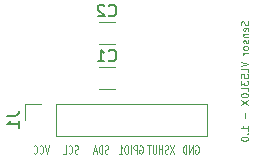
<source format=gbr>
%TF.GenerationSoftware,KiCad,Pcbnew,6.0.2+dfsg-1*%
%TF.CreationDate,2025-02-13T13:42:11+01:00*%
%TF.ProjectId,Borrador_Dise_o_VL53L0XBoard,426f7272-6164-46f7-925f-44697365f16f,rev?*%
%TF.SameCoordinates,Original*%
%TF.FileFunction,Legend,Bot*%
%TF.FilePolarity,Positive*%
%FSLAX46Y46*%
G04 Gerber Fmt 4.6, Leading zero omitted, Abs format (unit mm)*
G04 Created by KiCad (PCBNEW 6.0.2+dfsg-1) date 2025-02-13 13:42:11*
%MOMM*%
%LPD*%
G01*
G04 APERTURE LIST*
%ADD10C,0.100000*%
%ADD11C,0.150000*%
%ADD12C,0.120000*%
G04 APERTURE END LIST*
D10*
X159754857Y-95272857D02*
X159783428Y-95358571D01*
X159783428Y-95501428D01*
X159754857Y-95558571D01*
X159726285Y-95587142D01*
X159669142Y-95615714D01*
X159612000Y-95615714D01*
X159554857Y-95587142D01*
X159526285Y-95558571D01*
X159497714Y-95501428D01*
X159469142Y-95387142D01*
X159440571Y-95330000D01*
X159412000Y-95301428D01*
X159354857Y-95272857D01*
X159297714Y-95272857D01*
X159240571Y-95301428D01*
X159212000Y-95330000D01*
X159183428Y-95387142D01*
X159183428Y-95530000D01*
X159212000Y-95615714D01*
X159754857Y-96101428D02*
X159783428Y-96044285D01*
X159783428Y-95930000D01*
X159754857Y-95872857D01*
X159697714Y-95844285D01*
X159469142Y-95844285D01*
X159412000Y-95872857D01*
X159383428Y-95930000D01*
X159383428Y-96044285D01*
X159412000Y-96101428D01*
X159469142Y-96130000D01*
X159526285Y-96130000D01*
X159583428Y-95844285D01*
X159383428Y-96387142D02*
X159783428Y-96387142D01*
X159440571Y-96387142D02*
X159412000Y-96415714D01*
X159383428Y-96472857D01*
X159383428Y-96558571D01*
X159412000Y-96615714D01*
X159469142Y-96644285D01*
X159783428Y-96644285D01*
X159754857Y-96901428D02*
X159783428Y-96958571D01*
X159783428Y-97072857D01*
X159754857Y-97130000D01*
X159697714Y-97158571D01*
X159669142Y-97158571D01*
X159612000Y-97130000D01*
X159583428Y-97072857D01*
X159583428Y-96987142D01*
X159554857Y-96930000D01*
X159497714Y-96901428D01*
X159469142Y-96901428D01*
X159412000Y-96930000D01*
X159383428Y-96987142D01*
X159383428Y-97072857D01*
X159412000Y-97130000D01*
X159783428Y-97501428D02*
X159754857Y-97444285D01*
X159726285Y-97415714D01*
X159669142Y-97387142D01*
X159497714Y-97387142D01*
X159440571Y-97415714D01*
X159412000Y-97444285D01*
X159383428Y-97501428D01*
X159383428Y-97587142D01*
X159412000Y-97644285D01*
X159440571Y-97672857D01*
X159497714Y-97701428D01*
X159669142Y-97701428D01*
X159726285Y-97672857D01*
X159754857Y-97644285D01*
X159783428Y-97587142D01*
X159783428Y-97501428D01*
X159783428Y-97958571D02*
X159383428Y-97958571D01*
X159497714Y-97958571D02*
X159440571Y-97987142D01*
X159412000Y-98015714D01*
X159383428Y-98072857D01*
X159383428Y-98130000D01*
X159183428Y-98701428D02*
X159783428Y-98901428D01*
X159183428Y-99101428D01*
X159783428Y-99587142D02*
X159783428Y-99301428D01*
X159183428Y-99301428D01*
X159183428Y-100072857D02*
X159183428Y-99787142D01*
X159469142Y-99758571D01*
X159440571Y-99787142D01*
X159412000Y-99844285D01*
X159412000Y-99987142D01*
X159440571Y-100044285D01*
X159469142Y-100072857D01*
X159526285Y-100101428D01*
X159669142Y-100101428D01*
X159726285Y-100072857D01*
X159754857Y-100044285D01*
X159783428Y-99987142D01*
X159783428Y-99844285D01*
X159754857Y-99787142D01*
X159726285Y-99758571D01*
X159183428Y-100301428D02*
X159183428Y-100672857D01*
X159412000Y-100472857D01*
X159412000Y-100558571D01*
X159440571Y-100615714D01*
X159469142Y-100644285D01*
X159526285Y-100672857D01*
X159669142Y-100672857D01*
X159726285Y-100644285D01*
X159754857Y-100615714D01*
X159783428Y-100558571D01*
X159783428Y-100387142D01*
X159754857Y-100330000D01*
X159726285Y-100301428D01*
X159783428Y-101215714D02*
X159783428Y-100930000D01*
X159183428Y-100930000D01*
X159183428Y-101530000D02*
X159183428Y-101587142D01*
X159212000Y-101644285D01*
X159240571Y-101672857D01*
X159297714Y-101701428D01*
X159412000Y-101730000D01*
X159554857Y-101730000D01*
X159669142Y-101701428D01*
X159726285Y-101672857D01*
X159754857Y-101644285D01*
X159783428Y-101587142D01*
X159783428Y-101530000D01*
X159754857Y-101472857D01*
X159726285Y-101444285D01*
X159669142Y-101415714D01*
X159554857Y-101387142D01*
X159412000Y-101387142D01*
X159297714Y-101415714D01*
X159240571Y-101444285D01*
X159212000Y-101472857D01*
X159183428Y-101530000D01*
X159183428Y-101930000D02*
X159783428Y-102330000D01*
X159183428Y-102330000D02*
X159783428Y-101930000D01*
X159554857Y-103015714D02*
X159554857Y-103472857D01*
X159783428Y-104530000D02*
X159783428Y-104187142D01*
X159783428Y-104358571D02*
X159183428Y-104358571D01*
X159269142Y-104301428D01*
X159326285Y-104244285D01*
X159354857Y-104187142D01*
X159726285Y-104787142D02*
X159754857Y-104815714D01*
X159783428Y-104787142D01*
X159754857Y-104758571D01*
X159726285Y-104787142D01*
X159783428Y-104787142D01*
X159183428Y-105187142D02*
X159183428Y-105244285D01*
X159212000Y-105301428D01*
X159240571Y-105330000D01*
X159297714Y-105358571D01*
X159412000Y-105387142D01*
X159554857Y-105387142D01*
X159669142Y-105358571D01*
X159726285Y-105330000D01*
X159754857Y-105301428D01*
X159783428Y-105244285D01*
X159783428Y-105187142D01*
X159754857Y-105130000D01*
X159726285Y-105101428D01*
X159669142Y-105072857D01*
X159554857Y-105044285D01*
X159412000Y-105044285D01*
X159297714Y-105072857D01*
X159240571Y-105101428D01*
X159212000Y-105130000D01*
X159183428Y-105187142D01*
X145375238Y-106455333D02*
X145303809Y-106488666D01*
X145184761Y-106488666D01*
X145137142Y-106455333D01*
X145113333Y-106422000D01*
X145089523Y-106355333D01*
X145089523Y-106288666D01*
X145113333Y-106222000D01*
X145137142Y-106188666D01*
X145184761Y-106155333D01*
X145280000Y-106122000D01*
X145327619Y-106088666D01*
X145351428Y-106055333D01*
X145375238Y-105988666D01*
X145375238Y-105922000D01*
X145351428Y-105855333D01*
X145327619Y-105822000D01*
X145280000Y-105788666D01*
X145160952Y-105788666D01*
X145089523Y-105822000D01*
X144589523Y-106422000D02*
X144613333Y-106455333D01*
X144684761Y-106488666D01*
X144732380Y-106488666D01*
X144803809Y-106455333D01*
X144851428Y-106388666D01*
X144875238Y-106322000D01*
X144899047Y-106188666D01*
X144899047Y-106088666D01*
X144875238Y-105955333D01*
X144851428Y-105888666D01*
X144803809Y-105822000D01*
X144732380Y-105788666D01*
X144684761Y-105788666D01*
X144613333Y-105822000D01*
X144589523Y-105855333D01*
X144137142Y-106488666D02*
X144375238Y-106488666D01*
X144375238Y-105788666D01*
X153519047Y-105788666D02*
X153185714Y-106488666D01*
X153185714Y-105788666D02*
X153519047Y-106488666D01*
X153019047Y-106455333D02*
X152947619Y-106488666D01*
X152828571Y-106488666D01*
X152780952Y-106455333D01*
X152757142Y-106422000D01*
X152733333Y-106355333D01*
X152733333Y-106288666D01*
X152757142Y-106222000D01*
X152780952Y-106188666D01*
X152828571Y-106155333D01*
X152923809Y-106122000D01*
X152971428Y-106088666D01*
X152995238Y-106055333D01*
X153019047Y-105988666D01*
X153019047Y-105922000D01*
X152995238Y-105855333D01*
X152971428Y-105822000D01*
X152923809Y-105788666D01*
X152804761Y-105788666D01*
X152733333Y-105822000D01*
X152519047Y-106488666D02*
X152519047Y-105788666D01*
X152519047Y-106122000D02*
X152233333Y-106122000D01*
X152233333Y-106488666D02*
X152233333Y-105788666D01*
X151995238Y-105788666D02*
X151995238Y-106355333D01*
X151971428Y-106422000D01*
X151947619Y-106455333D01*
X151900000Y-106488666D01*
X151804761Y-106488666D01*
X151757142Y-106455333D01*
X151733333Y-106422000D01*
X151709523Y-106355333D01*
X151709523Y-105788666D01*
X151542857Y-105788666D02*
X151257142Y-105788666D01*
X151400000Y-106488666D02*
X151400000Y-105788666D01*
X147927142Y-106455333D02*
X147855714Y-106488666D01*
X147736666Y-106488666D01*
X147689047Y-106455333D01*
X147665238Y-106422000D01*
X147641428Y-106355333D01*
X147641428Y-106288666D01*
X147665238Y-106222000D01*
X147689047Y-106188666D01*
X147736666Y-106155333D01*
X147831904Y-106122000D01*
X147879523Y-106088666D01*
X147903333Y-106055333D01*
X147927142Y-105988666D01*
X147927142Y-105922000D01*
X147903333Y-105855333D01*
X147879523Y-105822000D01*
X147831904Y-105788666D01*
X147712857Y-105788666D01*
X147641428Y-105822000D01*
X147427142Y-106488666D02*
X147427142Y-105788666D01*
X147308095Y-105788666D01*
X147236666Y-105822000D01*
X147189047Y-105888666D01*
X147165238Y-105955333D01*
X147141428Y-106088666D01*
X147141428Y-106188666D01*
X147165238Y-106322000D01*
X147189047Y-106388666D01*
X147236666Y-106455333D01*
X147308095Y-106488666D01*
X147427142Y-106488666D01*
X146950952Y-106288666D02*
X146712857Y-106288666D01*
X146998571Y-106488666D02*
X146831904Y-105788666D01*
X146665238Y-106488666D01*
X142906666Y-105788666D02*
X142740000Y-106488666D01*
X142573333Y-105788666D01*
X142120952Y-106422000D02*
X142144761Y-106455333D01*
X142216190Y-106488666D01*
X142263809Y-106488666D01*
X142335238Y-106455333D01*
X142382857Y-106388666D01*
X142406666Y-106322000D01*
X142430476Y-106188666D01*
X142430476Y-106088666D01*
X142406666Y-105955333D01*
X142382857Y-105888666D01*
X142335238Y-105822000D01*
X142263809Y-105788666D01*
X142216190Y-105788666D01*
X142144761Y-105822000D01*
X142120952Y-105855333D01*
X141620952Y-106422000D02*
X141644761Y-106455333D01*
X141716190Y-106488666D01*
X141763809Y-106488666D01*
X141835238Y-106455333D01*
X141882857Y-106388666D01*
X141906666Y-106322000D01*
X141930476Y-106188666D01*
X141930476Y-106088666D01*
X141906666Y-105955333D01*
X141882857Y-105888666D01*
X141835238Y-105822000D01*
X141763809Y-105788666D01*
X141716190Y-105788666D01*
X141644761Y-105822000D01*
X141620952Y-105855333D01*
X155320952Y-105822000D02*
X155368571Y-105788666D01*
X155440000Y-105788666D01*
X155511428Y-105822000D01*
X155559047Y-105888666D01*
X155582857Y-105955333D01*
X155606666Y-106088666D01*
X155606666Y-106188666D01*
X155582857Y-106322000D01*
X155559047Y-106388666D01*
X155511428Y-106455333D01*
X155440000Y-106488666D01*
X155392380Y-106488666D01*
X155320952Y-106455333D01*
X155297142Y-106422000D01*
X155297142Y-106188666D01*
X155392380Y-106188666D01*
X155082857Y-106488666D02*
X155082857Y-105788666D01*
X154797142Y-106488666D01*
X154797142Y-105788666D01*
X154559047Y-106488666D02*
X154559047Y-105788666D01*
X154440000Y-105788666D01*
X154368571Y-105822000D01*
X154320952Y-105888666D01*
X154297142Y-105955333D01*
X154273333Y-106088666D01*
X154273333Y-106188666D01*
X154297142Y-106322000D01*
X154320952Y-106388666D01*
X154368571Y-106455333D01*
X154440000Y-106488666D01*
X154559047Y-106488666D01*
X150598095Y-105822000D02*
X150645714Y-105788666D01*
X150717142Y-105788666D01*
X150788571Y-105822000D01*
X150836190Y-105888666D01*
X150860000Y-105955333D01*
X150883809Y-106088666D01*
X150883809Y-106188666D01*
X150860000Y-106322000D01*
X150836190Y-106388666D01*
X150788571Y-106455333D01*
X150717142Y-106488666D01*
X150669523Y-106488666D01*
X150598095Y-106455333D01*
X150574285Y-106422000D01*
X150574285Y-106188666D01*
X150669523Y-106188666D01*
X150360000Y-106488666D02*
X150360000Y-105788666D01*
X150169523Y-105788666D01*
X150121904Y-105822000D01*
X150098095Y-105855333D01*
X150074285Y-105922000D01*
X150074285Y-106022000D01*
X150098095Y-106088666D01*
X150121904Y-106122000D01*
X150169523Y-106155333D01*
X150360000Y-106155333D01*
X149860000Y-106488666D02*
X149860000Y-105788666D01*
X149526666Y-105788666D02*
X149431428Y-105788666D01*
X149383809Y-105822000D01*
X149336190Y-105888666D01*
X149312380Y-106022000D01*
X149312380Y-106255333D01*
X149336190Y-106388666D01*
X149383809Y-106455333D01*
X149431428Y-106488666D01*
X149526666Y-106488666D01*
X149574285Y-106455333D01*
X149621904Y-106388666D01*
X149645714Y-106255333D01*
X149645714Y-106022000D01*
X149621904Y-105888666D01*
X149574285Y-105822000D01*
X149526666Y-105788666D01*
X148836190Y-106488666D02*
X149121904Y-106488666D01*
X148979047Y-106488666D02*
X148979047Y-105788666D01*
X149026666Y-105888666D01*
X149074285Y-105955333D01*
X149121904Y-105988666D01*
D11*
%TO.C,C1*%
X147994666Y-98583142D02*
X148042285Y-98630761D01*
X148185142Y-98678380D01*
X148280380Y-98678380D01*
X148423238Y-98630761D01*
X148518476Y-98535523D01*
X148566095Y-98440285D01*
X148613714Y-98249809D01*
X148613714Y-98106952D01*
X148566095Y-97916476D01*
X148518476Y-97821238D01*
X148423238Y-97726000D01*
X148280380Y-97678380D01*
X148185142Y-97678380D01*
X148042285Y-97726000D01*
X147994666Y-97773619D01*
X147042285Y-98678380D02*
X147613714Y-98678380D01*
X147328000Y-98678380D02*
X147328000Y-97678380D01*
X147423238Y-97821238D01*
X147518476Y-97916476D01*
X147613714Y-97964095D01*
%TO.C,C2*%
X147994666Y-94773142D02*
X148042285Y-94820761D01*
X148185142Y-94868380D01*
X148280380Y-94868380D01*
X148423238Y-94820761D01*
X148518476Y-94725523D01*
X148566095Y-94630285D01*
X148613714Y-94439809D01*
X148613714Y-94296952D01*
X148566095Y-94106476D01*
X148518476Y-94011238D01*
X148423238Y-93916000D01*
X148280380Y-93868380D01*
X148185142Y-93868380D01*
X148042285Y-93916000D01*
X147994666Y-93963619D01*
X147613714Y-93963619D02*
X147566095Y-93916000D01*
X147470857Y-93868380D01*
X147232761Y-93868380D01*
X147137523Y-93916000D01*
X147089904Y-93963619D01*
X147042285Y-94058857D01*
X147042285Y-94154095D01*
X147089904Y-94296952D01*
X147661333Y-94868380D01*
X147042285Y-94868380D01*
%TO.C,J1*%
X139362380Y-103298666D02*
X140076666Y-103298666D01*
X140219523Y-103251047D01*
X140314761Y-103155809D01*
X140362380Y-103012952D01*
X140362380Y-102917714D01*
X140362380Y-104298666D02*
X140362380Y-103727238D01*
X140362380Y-104012952D02*
X139362380Y-104012952D01*
X139505238Y-103917714D01*
X139600476Y-103822476D01*
X139648095Y-103727238D01*
D12*
%TO.C,C1*%
X148539252Y-100986000D02*
X147116748Y-100986000D01*
X148539252Y-99166000D02*
X147116748Y-99166000D01*
%TO.C,C2*%
X148539252Y-97176000D02*
X147116748Y-97176000D01*
X148539252Y-95356000D02*
X147116748Y-95356000D01*
%TO.C,J1*%
X143510000Y-102302000D02*
X143510000Y-104962000D01*
X143510000Y-104962000D02*
X156270000Y-104962000D01*
X140910000Y-102302000D02*
X140910000Y-103632000D01*
X156270000Y-102302000D02*
X156270000Y-104962000D01*
X142240000Y-102302000D02*
X140910000Y-102302000D01*
X143510000Y-102302000D02*
X156270000Y-102302000D01*
%TD*%
M02*

</source>
